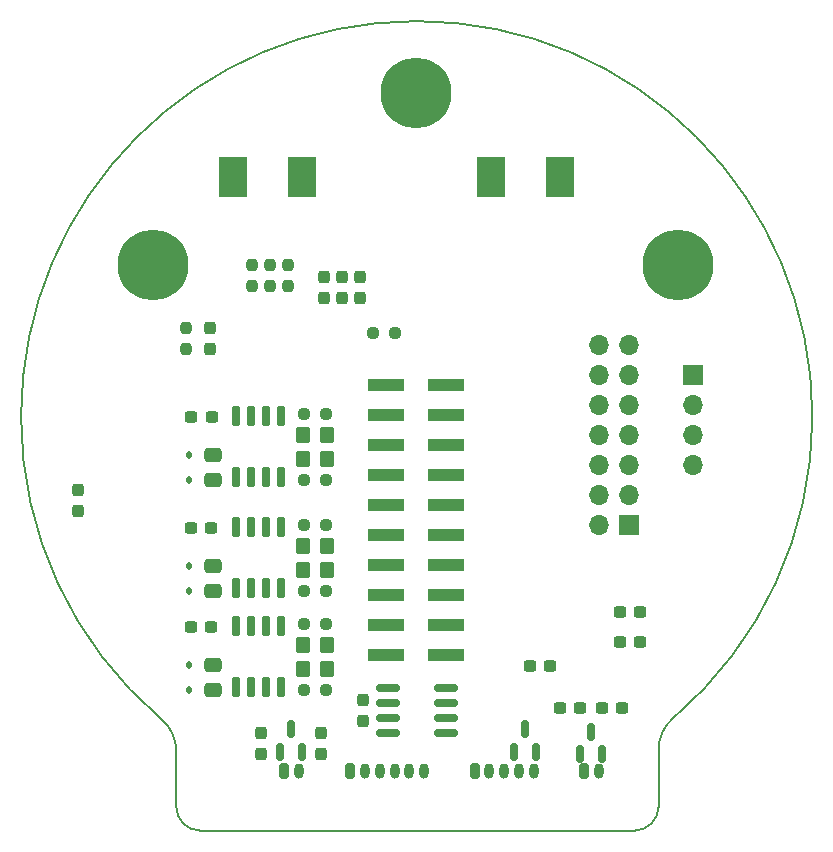
<source format=gbr>
%TF.GenerationSoftware,KiCad,Pcbnew,7.0.6*%
%TF.CreationDate,2024-03-18T21:13:24+03:00*%
%TF.ProjectId,_____ __________,1f3b3042-3020-4433-9f40-30323b353d38,rev?*%
%TF.SameCoordinates,Original*%
%TF.FileFunction,Soldermask,Bot*%
%TF.FilePolarity,Negative*%
%FSLAX46Y46*%
G04 Gerber Fmt 4.6, Leading zero omitted, Abs format (unit mm)*
G04 Created by KiCad (PCBNEW 7.0.6) date 2024-03-18 21:13:24*
%MOMM*%
%LPD*%
G01*
G04 APERTURE LIST*
G04 Aperture macros list*
%AMRoundRect*
0 Rectangle with rounded corners*
0 $1 Rounding radius*
0 $2 $3 $4 $5 $6 $7 $8 $9 X,Y pos of 4 corners*
0 Add a 4 corners polygon primitive as box body*
4,1,4,$2,$3,$4,$5,$6,$7,$8,$9,$2,$3,0*
0 Add four circle primitives for the rounded corners*
1,1,$1+$1,$2,$3*
1,1,$1+$1,$4,$5*
1,1,$1+$1,$6,$7*
1,1,$1+$1,$8,$9*
0 Add four rect primitives between the rounded corners*
20,1,$1+$1,$2,$3,$4,$5,0*
20,1,$1+$1,$4,$5,$6,$7,0*
20,1,$1+$1,$6,$7,$8,$9,0*
20,1,$1+$1,$8,$9,$2,$3,0*%
G04 Aperture macros list end*
%ADD10R,1.700000X1.700000*%
%ADD11O,1.700000X1.700000*%
%ADD12RoundRect,0.200000X-0.200000X-0.450000X0.200000X-0.450000X0.200000X0.450000X-0.200000X0.450000X0*%
%ADD13O,0.800000X1.300000*%
%ADD14C,6.000000*%
%ADD15RoundRect,0.237500X-0.250000X-0.237500X0.250000X-0.237500X0.250000X0.237500X-0.250000X0.237500X0*%
%ADD16RoundRect,0.150000X0.825000X0.150000X-0.825000X0.150000X-0.825000X-0.150000X0.825000X-0.150000X0*%
%ADD17RoundRect,0.250000X-0.350000X-0.450000X0.350000X-0.450000X0.350000X0.450000X-0.350000X0.450000X0*%
%ADD18RoundRect,0.237500X-0.237500X0.300000X-0.237500X-0.300000X0.237500X-0.300000X0.237500X0.300000X0*%
%ADD19RoundRect,0.237500X0.237500X-0.300000X0.237500X0.300000X-0.237500X0.300000X-0.237500X-0.300000X0*%
%ADD20RoundRect,0.150000X-0.150000X0.725000X-0.150000X-0.725000X0.150000X-0.725000X0.150000X0.725000X0*%
%ADD21R,2.413000X3.429000*%
%ADD22RoundRect,0.237500X0.300000X0.237500X-0.300000X0.237500X-0.300000X-0.237500X0.300000X-0.237500X0*%
%ADD23RoundRect,0.237500X0.237500X-0.250000X0.237500X0.250000X-0.237500X0.250000X-0.237500X-0.250000X0*%
%ADD24RoundRect,0.150000X0.150000X-0.587500X0.150000X0.587500X-0.150000X0.587500X-0.150000X-0.587500X0*%
%ADD25RoundRect,0.237500X-0.237500X0.250000X-0.237500X-0.250000X0.237500X-0.250000X0.237500X0.250000X0*%
%ADD26RoundRect,0.112500X0.112500X-0.187500X0.112500X0.187500X-0.112500X0.187500X-0.112500X-0.187500X0*%
%ADD27RoundRect,0.237500X-0.300000X-0.237500X0.300000X-0.237500X0.300000X0.237500X-0.300000X0.237500X0*%
%ADD28RoundRect,0.250000X0.475000X-0.337500X0.475000X0.337500X-0.475000X0.337500X-0.475000X-0.337500X0*%
%ADD29R,3.150000X1.000000*%
%TA.AperFunction,Profile*%
%ADD30C,0.200000*%
%TD*%
G04 APERTURE END LIST*
D10*
%TO.C,J10*%
X178054000Y-92202000D03*
D11*
X178054000Y-94742000D03*
X178054000Y-97282000D03*
X178054000Y-99822000D03*
%TD*%
D12*
%TO.C,J4*%
X168793000Y-125808000D03*
D13*
X170043000Y-125808000D03*
%TD*%
D14*
%TO.C,J3*%
X132334000Y-82931000D03*
%TD*%
%TO.C,J1*%
X176784000Y-82931000D03*
%TD*%
D12*
%TO.C,J9*%
X149021000Y-125808000D03*
D13*
X150271000Y-125808000D03*
X151521000Y-125808000D03*
X152771000Y-125808000D03*
X154021000Y-125808000D03*
X155271000Y-125808000D03*
%TD*%
D14*
%TO.C,J2*%
X154559000Y-68326000D03*
%TD*%
D10*
%TO.C,J5*%
X172578000Y-104902000D03*
D11*
X170038000Y-104902000D03*
X172578000Y-102362000D03*
X170038000Y-102362000D03*
X172578000Y-99822000D03*
X170038000Y-99822000D03*
X172578000Y-97282000D03*
X170038000Y-97282000D03*
X172578000Y-94742000D03*
X170038000Y-94742000D03*
X172578000Y-92202000D03*
X170038000Y-92202000D03*
X172578000Y-89662000D03*
X170038000Y-89662000D03*
%TD*%
D12*
%TO.C,J7*%
X159552000Y-125808000D03*
D13*
X160802000Y-125808000D03*
X162052000Y-125808000D03*
X163302000Y-125808000D03*
X164552000Y-125808000D03*
%TD*%
D12*
%TO.C,J6*%
X143393000Y-125808000D03*
D13*
X144643000Y-125808000D03*
%TD*%
D15*
%TO.C,R1*%
X145137500Y-110490000D03*
X146962500Y-110490000D03*
%TD*%
D16*
%TO.C,U5*%
X157161000Y-118745000D03*
X157161000Y-120015000D03*
X157161000Y-121285000D03*
X157161000Y-122555000D03*
X152211000Y-122555000D03*
X152211000Y-121285000D03*
X152211000Y-120015000D03*
X152211000Y-118745000D03*
%TD*%
D17*
%TO.C,R11*%
X145050000Y-97282000D03*
X147050000Y-97282000D03*
%TD*%
D18*
%TO.C,C7*%
X137160000Y-88291500D03*
X137160000Y-90016500D03*
%TD*%
D19*
%TO.C,C53*%
X141478000Y-124306500D03*
X141478000Y-122581500D03*
%TD*%
D20*
%TO.C,U3*%
X139319000Y-113503000D03*
X140589000Y-113503000D03*
X141859000Y-113503000D03*
X143129000Y-113503000D03*
X143129000Y-118653000D03*
X141859000Y-118653000D03*
X140589000Y-118653000D03*
X139319000Y-118653000D03*
%TD*%
D17*
%TO.C,R10*%
X145050000Y-106680000D03*
X147050000Y-106680000D03*
%TD*%
D15*
%TO.C,R6*%
X145137500Y-113284000D03*
X146962500Y-113284000D03*
%TD*%
D21*
%TO.C,L2*%
X139065000Y-75438000D03*
X144907000Y-75438000D03*
%TD*%
D17*
%TO.C,R7*%
X145050000Y-108712000D03*
X147050000Y-108712000D03*
%TD*%
D22*
%TO.C,C48*%
X173582500Y-114808000D03*
X171857500Y-114808000D03*
%TD*%
D23*
%TO.C,R17*%
X142240000Y-84732500D03*
X142240000Y-82907500D03*
%TD*%
D22*
%TO.C,C52*%
X168502500Y-120396000D03*
X166777500Y-120396000D03*
%TD*%
D24*
%TO.C,D11*%
X170368000Y-124303000D03*
X168468000Y-124303000D03*
X169418000Y-122428000D03*
%TD*%
D25*
%TO.C,R16*%
X135128000Y-88241500D03*
X135128000Y-90066500D03*
%TD*%
D20*
%TO.C,U1*%
X139319000Y-105121000D03*
X140589000Y-105121000D03*
X141859000Y-105121000D03*
X143129000Y-105121000D03*
X143129000Y-110271000D03*
X141859000Y-110271000D03*
X140589000Y-110271000D03*
X139319000Y-110271000D03*
%TD*%
D26*
%TO.C,D2*%
X135382000Y-101126000D03*
X135382000Y-99026000D03*
%TD*%
D22*
%TO.C,C1*%
X137282000Y-95758000D03*
X135557000Y-95758000D03*
%TD*%
D18*
%TO.C,C47*%
X146558000Y-122581500D03*
X146558000Y-124306500D03*
%TD*%
D27*
%TO.C,C2*%
X135535500Y-113538000D03*
X137260500Y-113538000D03*
%TD*%
D17*
%TO.C,R9*%
X145050000Y-117094000D03*
X147050000Y-117094000D03*
%TD*%
D28*
%TO.C,C6*%
X137414000Y-118893500D03*
X137414000Y-116818500D03*
%TD*%
D24*
%TO.C,D12*%
X144968000Y-124127500D03*
X143068000Y-124127500D03*
X144018000Y-122252500D03*
%TD*%
D17*
%TO.C,R8*%
X145050000Y-99314000D03*
X147050000Y-99314000D03*
%TD*%
D26*
%TO.C,D3*%
X135382000Y-118906000D03*
X135382000Y-116806000D03*
%TD*%
D15*
%TO.C,R3*%
X145137500Y-118872000D03*
X146962500Y-118872000D03*
%TD*%
D17*
%TO.C,R12*%
X145050000Y-115062000D03*
X147050000Y-115062000D03*
%TD*%
D23*
%TO.C,R18*%
X140716000Y-84732500D03*
X140716000Y-82907500D03*
%TD*%
D19*
%TO.C,C13*%
X149860000Y-85698500D03*
X149860000Y-83973500D03*
%TD*%
D15*
%TO.C,R5*%
X145137500Y-95504000D03*
X146962500Y-95504000D03*
%TD*%
%TO.C,R22*%
X150979500Y-88646000D03*
X152804500Y-88646000D03*
%TD*%
D29*
%TO.C,J8*%
X157084000Y-93091000D03*
X152034000Y-93091000D03*
X157084000Y-95631000D03*
X152034000Y-95631000D03*
X157084000Y-98171000D03*
X152034000Y-98171000D03*
X157084000Y-100711000D03*
X152034000Y-100711000D03*
X157084000Y-103251000D03*
X152034000Y-103251000D03*
X157084000Y-105791000D03*
X152034000Y-105791000D03*
X157084000Y-108331000D03*
X152034000Y-108331000D03*
X157084000Y-110871000D03*
X152034000Y-110871000D03*
X157084000Y-113411000D03*
X152034000Y-113411000D03*
X157084000Y-115951000D03*
X152034000Y-115951000D03*
%TD*%
D19*
%TO.C,C14*%
X148336000Y-85698500D03*
X148336000Y-83973500D03*
%TD*%
D23*
%TO.C,R19*%
X143764000Y-84732500D03*
X143764000Y-82907500D03*
%TD*%
D19*
%TO.C,C15*%
X146812000Y-85698500D03*
X146812000Y-83973500D03*
%TD*%
D28*
%TO.C,C5*%
X137414000Y-101113500D03*
X137414000Y-99038500D03*
%TD*%
D26*
%TO.C,D1*%
X135382000Y-110524000D03*
X135382000Y-108424000D03*
%TD*%
D28*
%TO.C,C4*%
X137414000Y-110511500D03*
X137414000Y-108436500D03*
%TD*%
D27*
%TO.C,C32*%
X164237500Y-116840000D03*
X165962500Y-116840000D03*
%TD*%
D20*
%TO.C,U2*%
X139319000Y-95723000D03*
X140589000Y-95723000D03*
X141859000Y-95723000D03*
X143129000Y-95723000D03*
X143129000Y-100873000D03*
X141859000Y-100873000D03*
X140589000Y-100873000D03*
X139319000Y-100873000D03*
%TD*%
D19*
%TO.C,C8*%
X150114000Y-121512500D03*
X150114000Y-119787500D03*
%TD*%
D15*
%TO.C,R4*%
X145137500Y-104902000D03*
X146962500Y-104902000D03*
%TD*%
%TO.C,R2*%
X145137500Y-101092000D03*
X146962500Y-101092000D03*
%TD*%
D22*
%TO.C,C49*%
X173582500Y-112268000D03*
X171857500Y-112268000D03*
%TD*%
%TO.C,C46*%
X172058500Y-120396000D03*
X170333500Y-120396000D03*
%TD*%
D21*
%TO.C,L1*%
X166751000Y-75438000D03*
X160909000Y-75438000D03*
%TD*%
D24*
%TO.C,D6*%
X164780000Y-124127500D03*
X162880000Y-124127500D03*
X163830000Y-122252500D03*
%TD*%
D27*
%TO.C,C3*%
X135535500Y-105156000D03*
X137260500Y-105156000D03*
%TD*%
D19*
%TO.C,C37*%
X125984000Y-103732500D03*
X125984000Y-102007500D03*
%TD*%
D30*
X173087071Y-130809973D02*
G75*
G03*
X175119073Y-128778000I29J2031973D01*
G01*
X134281571Y-124064347D02*
G75*
G03*
X133039370Y-121386052I-3504871J1647D01*
G01*
X176351123Y-121296234D02*
G75*
G03*
X175119073Y-123962254I2268777J-2666166D01*
G01*
X134281619Y-124064347D02*
X134281619Y-128778000D01*
X173087071Y-130810000D02*
X136313619Y-130810002D01*
X175119073Y-123962254D02*
X175119073Y-128778000D01*
X188142262Y-95782046D02*
G75*
G03*
X121142262Y-95782046I-33500000J0D01*
G01*
X134281598Y-128778000D02*
G75*
G03*
X136313619Y-130810002I2032002J0D01*
G01*
X176351140Y-121296254D02*
G75*
G03*
X188142262Y-95782046I-21708920J25514224D01*
G01*
X121142261Y-95782046D02*
G75*
G03*
X133039370Y-121386051I33499989J-4D01*
G01*
M02*

</source>
